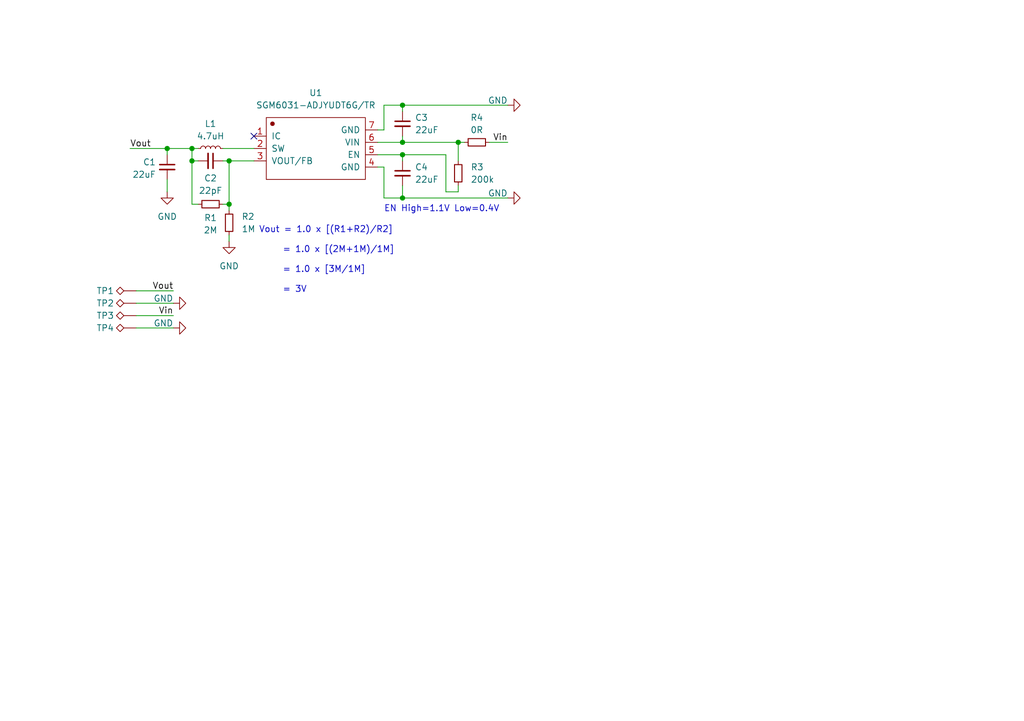
<source format=kicad_sch>
(kicad_sch (version 20231120) (generator "eeschema") (generator_version "8.0")
  (paper "A5")
  (lib_symbols
    (symbol "Connector:TestPoint_Alt" (pin_numbers hide) (pin_names (offset 0.762) hide)
      (property "Reference" "TP" (at 0 6.858 0))
      (property "Value" "TestPoint_Alt" (at 0 5.08 0))
      (symbol "TestPoint_Alt_0_1"
        (polyline (pts (xy 0 2.54) (xy -0.762 3.302) (xy 0 4.064) (xy 0.762 3.302) (xy 0 2.54)))
      )
      (symbol "TestPoint_Alt_1_1"
        (pin passive line (at 0 0 90) (length 2.54) (name "1") (number "1"))
      )
    )
    (symbol "Device:C_Small" (pin_numbers hide) (pin_names (offset 0.254) hide)
      (property "Reference" "C" (at 0.254 1.778 0))
      (property "Value" "C_Small" (at 0.254 -2.032 0))
      (symbol "C_Small_0_1"
        (polyline (pts (xy -1.524 -0.508) (xy 1.524 -0.508)) (stroke (width 0.3302)))
        (polyline (pts (xy -1.524 0.508) (xy 1.524 0.508)) (stroke (width 0.3048)))
      )
      (symbol "C_Small_1_1"
        (pin passive line (at 0 2.54 270) (length 2.032) (name "~") (number "1"))
        (pin passive line (at 0 -2.54 90) (length 2.032) (name "~") (number "2"))
      )
    )
    (symbol "Device:L_Small" (pin_numbers hide) (pin_names (offset 0.254) hide)
      (property "Reference" "L" (at 0.762 1.016 0))
      (property "Value" "L_Small" (at 0.762 -1.016 0))
      (symbol "L_Small_0_1"
        (arc (start 0 -2.032) (mid 0.5058 -1.524) (end 0 -1.016))
        (arc (start 0 -1.016) (mid 0.5058 -0.508) (end 0 0))
        (arc (start 0 0) (mid 0.5058 0.508) (end 0 1.016))
        (arc (start 0 1.016) (mid 0.5058 1.524) (end 0 2.032))
      )
      (symbol "L_Small_1_1"
        (pin passive line (at 0 2.54 270) (length 0.508) (name "~") (number "1"))
        (pin passive line (at 0 -2.54 90) (length 0.508) (name "~") (number "2"))
      )
    )
    (symbol "Device:R_Small" (pin_numbers hide) (pin_names (offset 0.254) hide)
      (property "Reference" "R" (at 0.762 0.508 0))
      (property "Value" "R_Small" (at 0.762 -1.016 0))
      (symbol "R_Small_0_1"
        (rectangle (start -0.762 1.778) (end 0.762 -1.778) (stroke (width 0.2032)))
      )
      (symbol "R_Small_1_1"
        (pin passive line (at 0 2.54 270) (length 0.762) (name "~") (number "1"))
        (pin passive line (at 0 -2.54 90) (length 0.762) (name "~") (number "2"))
      )
    )
    (symbol "kicad_lceda:SGM6031-ADJYUDT6G/TR" (pin_names (offset 1.016))
      (property "Reference" "U" (at 0 8.9662 0))
      (property "Value" "SGM6031-ADJYUDT6G/TR" (at 0 14.0462 0))
      (symbol "SGM6031-ADJYUDT6G/TR_1_1"
        (rectangle (start -10.16 6.35) (end 10.16 -6.35) (stroke (width 0.1524)))
        (circle (center -8.89 5.08) (radius 0.381) (stroke (width 0.1524)) (fill (type outline)))
        (pin input line (at -12.7 2.54 0) (length 2.54) (name "IC") (number "1"))
        (pin input line (at -12.7 0 0) (length 2.54) (name "SW") (number "2"))
        (pin input line (at -12.7 -2.54 0) (length 2.54) (name "VOUT/FB") (number "3"))
        (pin input line (at 12.7 -3.81 180) (length 2.54) (name "GND") (number "4"))
        (pin input line (at 12.7 -1.27 180) (length 2.54) (name "EN") (number "5"))
        (pin input line (at 12.7 1.27 180) (length 2.54) (name "VIN") (number "6"))
        (pin input line (at 12.7 3.81 180) (length 2.54) (name "GND") (number "7"))
      )
    )
    (symbol "power:GND" (power) (pin_numbers hide) (pin_names (offset 0) hide)
      (property "Value" "GND" (at 0 -3.81 0))
      (symbol "GND_0_1"
        (polyline (pts (xy 0 0) (xy 0 -1.27) (xy 1.27 -1.27) (xy 0 -2.54) (xy -1.27 -1.27) (xy 0 -1.27)))
      )
      (symbol "GND_1_1"
        (pin power_in line (at 0 0 270) (length 0) (name "~") (number "1"))
      )
    )
  )
  (junction (at 46.99 33.02))
  (junction (at 82.55 31.75))
  (junction (at 34.29 30.48))
  (junction (at 39.37 30.48))
  (junction (at 39.37 33.02))
  (junction (at 82.55 21.59))
  (junction (at 82.55 29.21))
  (junction (at 82.55 40.64))
  (junction (at 46.99 41.91))
  (junction (at 93.98 29.21))
  (no_connect (at 52.07 27.94))
  (wire (pts (xy 82.55 29.21) (xy 93.98 29.21)))
  (wire (pts (xy 82.55 40.64) (xy 104.14 40.64)))
  (wire (pts (xy 34.29 30.48) (xy 34.29 31.75)))
  (wire (pts (xy 46.99 48.26) (xy 46.99 49.53)))
  (wire (pts (xy 39.37 41.91) (xy 40.64 41.91)))
  (wire (pts (xy 45.72 30.48) (xy 52.07 30.48)))
  (wire (pts (xy 40.64 33.02) (xy 39.37 33.02)))
  (wire (pts (xy 93.98 38.1) (xy 93.98 39.37)))
  (wire (pts (xy 45.72 33.02) (xy 46.99 33.02)))
  (wire (pts (xy 77.47 34.29) (xy 78.74 34.29)))
  (wire (pts (xy 82.55 21.59) (xy 82.55 22.86)))
  (wire (pts (xy 78.74 26.67) (xy 77.47 26.67)))
  (wire (pts (xy 77.47 31.75) (xy 82.55 31.75)))
  (wire (pts (xy 82.55 31.75) (xy 82.55 33.02)))
  (wire (pts (xy 34.29 30.48) (xy 39.37 30.48)))
  (wire (pts (xy 26.67 30.48) (xy 34.29 30.48)))
  (wire (pts (xy 78.74 21.59) (xy 82.55 21.59)))
  (wire (pts (xy 46.99 41.91) (xy 46.99 43.18)))
  (wire (pts (xy 46.99 33.02) (xy 52.07 33.02)))
  (wire (pts (xy 27.94 62.23) (xy 35.56 62.23)))
  (wire (pts (xy 34.29 36.83) (xy 34.29 39.37)))
  (wire (pts (xy 93.98 29.21) (xy 95.25 29.21)))
  (wire (pts (xy 100.33 29.21) (xy 104.14 29.21)))
  (wire (pts (xy 82.55 21.59) (xy 104.14 21.59)))
  (wire (pts (xy 45.72 41.91) (xy 46.99 41.91)))
  (wire (pts (xy 78.74 21.59) (xy 78.74 26.67)))
  (wire (pts (xy 78.74 40.64) (xy 82.55 40.64)))
  (wire (pts (xy 78.74 34.29) (xy 78.74 40.64)))
  (wire (pts (xy 82.55 27.94) (xy 82.55 29.21)))
  (wire (pts (xy 46.99 41.91) (xy 46.99 33.02)))
  (wire (pts (xy 77.47 29.21) (xy 82.55 29.21)))
  (wire (pts (xy 82.55 31.75) (xy 91.44 31.75)))
  (wire (pts (xy 39.37 30.48) (xy 40.64 30.48)))
  (wire (pts (xy 27.94 64.77) (xy 35.56 64.77)))
  (wire (pts (xy 91.44 39.37) (xy 93.98 39.37)))
  (wire (pts (xy 39.37 33.02) (xy 39.37 41.91)))
  (wire (pts (xy 27.94 67.31) (xy 35.56 67.31)))
  (wire (pts (xy 91.44 31.75) (xy 91.44 39.37)))
  (wire (pts (xy 93.98 33.02) (xy 93.98 29.21)))
  (wire (pts (xy 39.37 33.02) (xy 39.37 30.48)))
  (wire (pts (xy 27.94 59.69) (xy 35.56 59.69)))
  (wire (pts (xy 82.55 38.1) (xy 82.55 40.64)))
  (text "EN High=1.1V Low=0.4V" (at 78.74 42.926 0) (effects (font (size 1.27 1.27)) (justify left)))
  (text "Vout = 1.0 x [(R1+R2)/R2]\n\n     = 1.0 x [(2M+1M)/1M]\n\n     = 1.0 x [3M/1M]\n\n     = 3V" (at 53.086 46.482 0) (effects (font (size 1.27 1.27)) (justify left top)))
  (label "Vin" (at 35.56 64.77 180))
  (label "Vout" (at 26.67 30.48 0))
  (label "Vin" (at 104.14 29.21 180))
  (label "Vout" (at 35.56 59.69 180))
  (symbol (lib_id "Connector:TestPoint_Alt") (at 27.94 62.23 90) (unit 1)
    (property "Reference" "TP2" (at 21.59 62.23 90))
    (property "Value" "TP" (effects (hide yes)))
    (property "Footprint" "TestPoint:TestPoint_Pad_2.0x2.0mm" (effects (hide yes)))
    (property "Description" "test point (alternative shape)" (effects (hide yes)))
  )
  (symbol (lib_id "power:GND") (at 35.56 67.31 90) (unit 1)
    (property "Reference" "#PWR06" (effects (hide yes)))
    (property "Value" "GND" (at 35.56 67.056 90) (effects (justify left top)))
    (property "Description" "Power symbol creates a global label with name \"GND\" , ground" (effects (hide yes)))
  )
  (symbol (lib_id "power:GND") (at 34.29 39.37 0) (unit 1)
    (property "Reference" "#PWR01" (effects (hide yes)))
    (property "Value" "GND" (at 34.29 44.45 0))
    (property "Description" "Power symbol creates a global label with name \"GND\" , ground" (effects (hide yes)))
  )
  (symbol (lib_id "power:GND") (at 104.14 21.59 90) (unit 1)
    (property "Reference" "#PWR03" (effects (hide yes)))
    (property "Value" "GND" (at 104.14 21.336 90) (effects (justify left top)))
    (property "Description" "Power symbol creates a global label with name \"GND\" , ground" (effects (hide yes)))
  )
  (symbol (lib_id "power:GND") (at 35.56 62.23 90) (unit 1)
    (property "Reference" "#PWR05" (effects (hide yes)))
    (property "Value" "GND" (at 35.56 61.976 90) (effects (justify left top)))
    (property "Description" "Power symbol creates a global label with name \"GND\" , ground" (effects (hide yes)))
  )
  (symbol (lib_id "Device:C_Small") (at 43.18 33.02 270) (unit 1)
    (property "Reference" "C2" (at 43.18 36.576 90))
    (property "Value" "22pF" (at 43.18 39.116 90))
    (property "Footprint" "Capacitor_SMD:C_0603_1608Metric_Pad1.08x0.95mm_HandSolder" (effects (hide yes)))
    (property "Description" "Unpolarized capacitor, small symbol" (effects (hide yes)))
  )
  (symbol (lib_id "Connector:TestPoint_Alt") (at 27.94 64.77 90) (unit 1)
    (property "Reference" "TP3" (at 21.59 64.77 90))
    (property "Value" "TP" (effects (hide yes)))
    (property "Footprint" "TestPoint:TestPoint_THTPad_3.0x3.0mm_Drill1.5mm" (effects (hide yes)))
    (property "Description" "test point (alternative shape)" (effects (hide yes)))
  )
  (symbol (lib_id "Device:C_Small") (at 34.29 34.29 0) (unit 1)
    (property "Reference" "C1" (at 32.004 33.274 0) (effects (justify right)))
    (property "Value" "22uF" (at 32.004 35.814 0) (effects (justify right)))
    (property "Footprint" "Capacitor_SMD:C_0603_1608Metric_Pad1.08x0.95mm_HandSolder" (effects (hide yes)))
    (property "Description" "Unpolarized capacitor, small symbol" (effects (hide yes)))
  )
  (symbol (lib_id "Device:C_Small") (at 82.55 35.56 0) (unit 1)
    (property "Reference" "C4" (at 85.09 34.2962 0) (effects (justify left)))
    (property "Value" "22uF" (at 85.09 36.8362 0) (effects (justify left)))
    (property "Footprint" "Capacitor_SMD:C_0603_1608Metric_Pad1.08x0.95mm_HandSolder" (effects (hide yes)))
    (property "Description" "Unpolarized capacitor, small symbol" (effects (hide yes)))
  )
  (symbol (lib_id "kicad_lceda:SGM6031-ADJYUDT6G/TR") (at 64.77 30.48 0) (unit 1)
    (property "Reference" "U1" (at 64.77 19.05 0))
    (property "Value" "SGM6031-ADJYUDT6G/TR" (at 64.77 21.59 0))
    (property "Footprint" "kicad_lceda:UTDFN-6L_L2.0-W1.5-P0.50-LS2.6-BL-EP" (effects (hide yes)))
    (property "Datasheet" "http://www.szlcsc.com/product/details_380308.html" (effects (hide yes)))
    (property "Description" "C398244" (effects (hide yes)))
    (property "uuid" "std:fc9cd16e9ecd44b29da19e68b918b72a" (effects (hide yes)))
  )
  (symbol (lib_id "Device:C_Small") (at 82.55 25.4 0) (unit 1)
    (property "Reference" "C3" (at 85.09 24.1362 0) (effects (justify left)))
    (property "Value" "22uF" (at 85.09 26.6762 0) (effects (justify left)))
    (property "Footprint" "Capacitor_SMD:C_0603_1608Metric_Pad1.08x0.95mm_HandSolder" (effects (hide yes)))
    (property "Description" "Unpolarized capacitor, small symbol" (effects (hide yes)))
  )
  (symbol (lib_id "Device:R_Small") (at 97.79 29.21 90) (unit 1)
    (property "Reference" "R4" (at 97.79 24.13 90))
    (property "Value" "0R" (at 97.79 26.67 90))
    (property "Footprint" "Resistor_SMD:R_0603_1608Metric_Pad0.98x0.95mm_HandSolder" (effects (hide yes)))
    (property "Description" "Resistor, small symbol" (effects (hide yes)))
  )
  (symbol (lib_id "Device:R_Small") (at 43.18 41.91 90) (unit 1)
    (property "Reference" "R1" (at 43.18 44.704 90))
    (property "Value" "2M" (at 43.18 47.244 90))
    (property "Footprint" "Resistor_SMD:R_0603_1608Metric_Pad0.98x0.95mm_HandSolder" (effects (hide yes)))
    (property "Description" "Resistor, small symbol" (effects (hide yes)))
  )
  (symbol (lib_id "Connector:TestPoint_Alt") (at 27.94 59.69 90) (unit 1)
    (property "Reference" "TP1" (at 21.59 59.69 90))
    (property "Value" "TP" (effects (hide yes)))
    (property "Footprint" "TestPoint:TestPoint_Pad_2.0x2.0mm" (effects (hide yes)))
    (property "Description" "test point (alternative shape)" (effects (hide yes)))
  )
  (symbol (lib_id "power:GND") (at 46.99 49.53 0) (unit 1)
    (property "Reference" "#PWR02" (effects (hide yes)))
    (property "Value" "GND" (at 46.99 54.61 0))
    (property "Description" "Power symbol creates a global label with name \"GND\" , ground" (effects (hide yes)))
  )
  (symbol (lib_id "Device:L_Small") (at 43.18 30.48 90) (unit 1)
    (property "Reference" "L1" (at 43.18 25.4 90))
    (property "Value" "4.7uH" (at 43.18 27.94 90))
    (property "Footprint" "Inductor_SMD:L_Cenker_CKCS8040" (effects (hide yes)))
    (property "Description" "Inductor, small symbol" (effects (hide yes)))
  )
  (symbol (lib_id "power:GND") (at 104.14 40.64 90) (unit 1)
    (property "Reference" "#PWR04" (effects (hide yes)))
    (property "Value" "GND" (at 104.14 40.386 90) (effects (justify left top)))
    (property "Description" "Power symbol creates a global label with name \"GND\" , ground" (effects (hide yes)))
  )
  (symbol (lib_id "Connector:TestPoint_Alt") (at 27.94 67.31 90) (unit 1)
    (property "Reference" "TP4" (at 21.59 67.31 90))
    (property "Value" "TP" (effects (hide yes)))
    (property "Footprint" "TestPoint:TestPoint_THTPad_3.0x3.0mm_Drill1.5mm" (effects (hide yes)))
    (property "Description" "test point (alternative shape)" (effects (hide yes)))
  )
  (symbol (lib_id "Device:R_Small") (at 46.99 45.72 0) (unit 1)
    (property "Reference" "R2" (at 49.53 44.4499 0) (effects (justify left)))
    (property "Value" "1M" (at 49.53 46.9899 0) (effects (justify left)))
    (property "Footprint" "Resistor_SMD:R_0603_1608Metric_Pad0.98x0.95mm_HandSolder" (effects (hide yes)))
    (property "Description" "Resistor, small symbol" (effects (hide yes)))
  )
  (symbol (lib_id "Device:R_Small") (at 93.98 35.56 0) (unit 1)
    (property "Reference" "R3" (at 96.52 34.2899 0) (effects (justify left)))
    (property "Value" "200k" (at 96.52 36.8299 0) (effects (justify left)))
    (property "Footprint" "Resistor_SMD:R_0603_1608Metric_Pad0.98x0.95mm_HandSolder" (effects (hide yes)))
    (property "Description" "Resistor, small symbol" (effects (hide yes)))
  )
)
</source>
